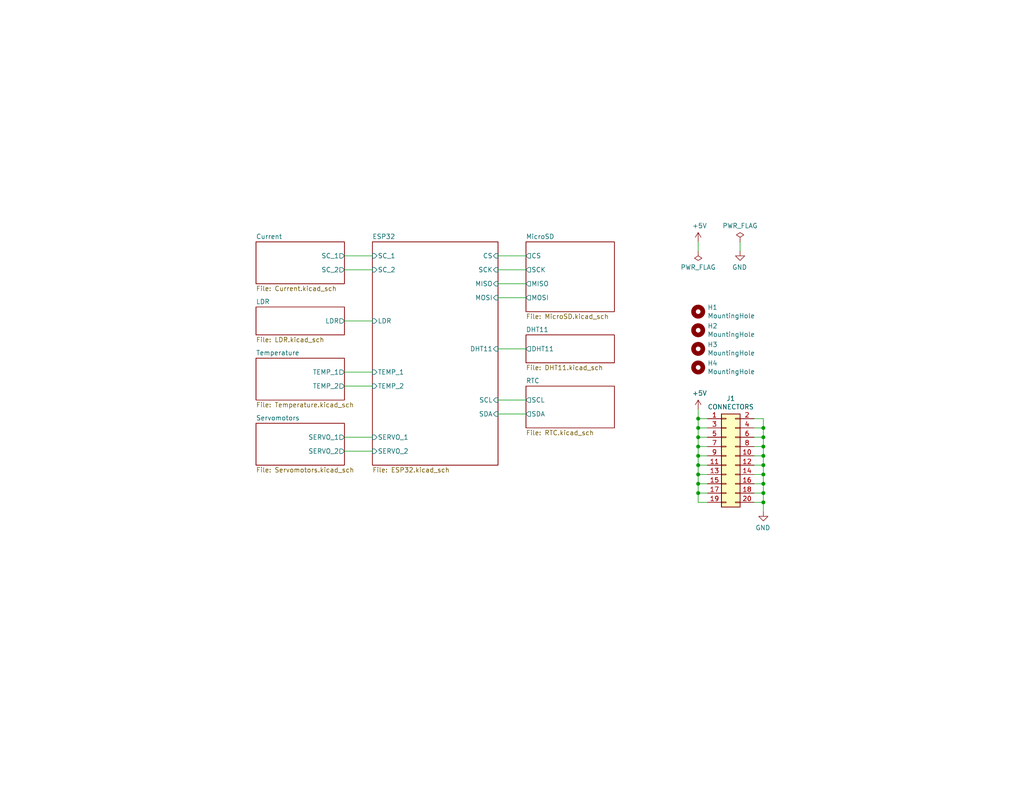
<source format=kicad_sch>
(kicad_sch (version 20211123) (generator eeschema)
  (paper "USLetter")
  (title_block (title "Shield ESP32") (date "2021-01-22") (rev "3.0") (company "Cristóbal Cuevas Lagos") (comment 1 "Shield ESP32 with different connectors for sensors"))
  (lib_symbols
    (symbol "Connector_Generic:Conn_02x10_Odd_Even" (pin_names (offset 1.016) hide)
      (property "Reference" "J" (at 1.27 12.7 0))
      (property "Value" "Conn_02x10_Odd_Even" (at 1.27 -15.24 0))
      (symbol "Conn_02x10_Odd_Even_1_1"
        (rectangle (start -1.27 -12.573) (end 0 -12.827) (stroke (width 0.1524)))
        (rectangle (start -1.27 -10.033) (end 0 -10.287) (stroke (width 0.1524)))
        (rectangle (start -1.27 -7.493) (end 0 -7.747) (stroke (width 0.1524)))
        (rectangle (start -1.27 -4.953) (end 0 -5.207) (stroke (width 0.1524)))
        (rectangle (start -1.27 -2.413) (end 0 -2.667) (stroke (width 0.1524)))
        (rectangle (start -1.27 0.127) (end 0 -0.127) (stroke (width 0.1524)))
        (rectangle (start -1.27 2.667) (end 0 2.413) (stroke (width 0.1524)))
        (rectangle (start -1.27 5.207) (end 0 4.953) (stroke (width 0.1524)))
        (rectangle (start -1.27 7.747) (end 0 7.493) (stroke (width 0.1524)))
        (rectangle (start -1.27 10.287) (end 0 10.033) (stroke (width 0.1524)))
        (rectangle (start -1.27 11.43) (end 3.81 -13.97) (stroke (width 0.254)) (fill (type background)))
        (rectangle (start 3.81 -12.573) (end 2.54 -12.827) (stroke (width 0.1524)))
        (rectangle (start 3.81 -10.033) (end 2.54 -10.287) (stroke (width 0.1524)))
        (rectangle (start 3.81 -7.493) (end 2.54 -7.747) (stroke (width 0.1524)))
        (rectangle (start 3.81 -4.953) (end 2.54 -5.207) (stroke (width 0.1524)))
        (rectangle (start 3.81 -2.413) (end 2.54 -2.667) (stroke (width 0.1524)))
        (rectangle (start 3.81 0.127) (end 2.54 -0.127) (stroke (width 0.1524)))
        (rectangle (start 3.81 2.667) (end 2.54 2.413) (stroke (width 0.1524)))
        (rectangle (start 3.81 5.207) (end 2.54 4.953) (stroke (width 0.1524)))
        (rectangle (start 3.81 7.747) (end 2.54 7.493) (stroke (width 0.1524)))
        (rectangle (start 3.81 10.287) (end 2.54 10.033) (stroke (width 0.1524)))
        (pin passive line (at -5.08 10.16 0) (length 3.81) (name "Pin_1") (number "1"))
        (pin passive line (at 7.62 0 180) (length 3.81) (name "Pin_10") (number "10"))
        (pin passive line (at -5.08 -2.54 0) (length 3.81) (name "Pin_11") (number "11"))
        (pin passive line (at 7.62 -2.54 180) (length 3.81) (name "Pin_12") (number "12"))
        (pin passive line (at -5.08 -5.08 0) (length 3.81) (name "Pin_13") (number "13"))
        (pin passive line (at 7.62 -5.08 180) (length 3.81) (name "Pin_14") (number "14"))
        (pin passive line (at -5.08 -7.62 0) (length 3.81) (name "Pin_15") (number "15"))
        (pin passive line (at 7.62 -7.62 180) (length 3.81) (name "Pin_16") (number "16"))
        (pin passive line (at -5.08 -10.16 0) (length 3.81) (name "Pin_17") (number "17"))
        (pin passive line (at 7.62 -10.16 180) (length 3.81) (name "Pin_18") (number "18"))
        (pin passive line (at -5.08 -12.7 0) (length 3.81) (name "Pin_19") (number "19"))
        (pin passive line (at 7.62 10.16 180) (length 3.81) (name "Pin_2") (number "2"))
        (pin passive line (at 7.62 -12.7 180) (length 3.81) (name "Pin_20") (number "20"))
        (pin passive line (at -5.08 7.62 0) (length 3.81) (name "Pin_3") (number "3"))
        (pin passive line (at 7.62 7.62 180) (length 3.81) (name "Pin_4") (number "4"))
        (pin passive line (at -5.08 5.08 0) (length 3.81) (name "Pin_5") (number "5"))
        (pin passive line (at 7.62 5.08 180) (length 3.81) (name "Pin_6") (number "6"))
        (pin passive line (at -5.08 2.54 0) (length 3.81) (name "Pin_7") (number "7"))
        (pin passive line (at 7.62 2.54 180) (length 3.81) (name "Pin_8") (number "8"))
        (pin passive line (at -5.08 0 0) (length 3.81) (name "Pin_9") (number "9"))
      )
    )
    (symbol "Mechanical:MountingHole" (pin_names (offset 1.016))
      (property "Reference" "H" (at 0 5.08 0))
      (property "Value" "MountingHole" (at 0 3.175 0))
      (symbol "MountingHole_0_1"
        (circle (center 0 0) (radius 1.27) (stroke (width 1.27)))
      )
    )
    (symbol "power:+5V" (power) (pin_names (offset 0))
      (property "Value" "+5V" (at 0 3.556 0))
      (symbol "+5V_0_1"
        (polyline (pts (xy -0.762 1.27) (xy 0 2.54)))
        (polyline (pts (xy 0 0) (xy 0 2.54)))
        (polyline (pts (xy 0 2.54) (xy 0.762 1.27)))
      )
      (symbol "+5V_1_1"
        (pin power_in line (at 0 0 90) (length 0) hide (name "+5V") (number "1"))
      )
    )
    (symbol "power:GND" (power) (pin_names (offset 0))
      (property "Value" "GND" (at 0 -3.81 0))
      (symbol "GND_0_1"
        (polyline (pts (xy 0 0) (xy 0 -1.27) (xy 1.27 -1.27) (xy 0 -2.54) (xy -1.27 -1.27) (xy 0 -1.27)))
      )
      (symbol "GND_1_1"
        (pin power_in line (at 0 0 270) (length 0) hide (name "GND") (number "1"))
      )
    )
    (symbol "power:PWR_FLAG" (power) (pin_numbers hide) (pin_names (offset 0) hide)
      (property "Value" "PWR_FLAG" (at 0 3.81 0))
      (symbol "PWR_FLAG_0_0"
        (pin power_out line (at 0 0 90) (length 0) (name "pwr") (number "1"))
      )
      (symbol "PWR_FLAG_0_1"
        (polyline (pts (xy 0 0) (xy 0 1.27) (xy -1.016 1.905) (xy 0 2.54) (xy 1.016 1.905) (xy 0 1.27)))
      )
    )
  )
  (junction (at 208.28 127))
  (junction (at 190.5 114.3))
  (junction (at 208.28 137.16))
  (junction (at 208.28 124.46))
  (junction (at 190.5 127))
  (junction (at 190.5 119.38))
  (junction (at 190.5 116.84))
  (junction (at 190.5 129.54))
  (junction (at 190.5 124.46))
  (junction (at 208.28 116.84))
  (junction (at 190.5 132.08))
  (junction (at 190.5 134.62))
  (junction (at 208.28 134.62))
  (junction (at 208.28 119.38))
  (junction (at 208.28 129.54))
  (junction (at 208.28 132.08))
  (junction (at 190.5 121.92))
  (junction (at 208.28 121.92))
  (wire (pts (xy 190.5 127) (xy 190.5 124.46)))
  (wire (pts (xy 190.5 119.38) (xy 190.5 116.84)))
  (wire (pts (xy 190.5 132.08) (xy 190.5 129.54)))
  (wire (pts (xy 205.74 124.46) (xy 208.28 124.46)))
  (wire (pts (xy 135.89 95.25) (xy 143.51 95.25)))
  (wire (pts (xy 201.93 66.04) (xy 201.93 68.58)))
  (wire (pts (xy 205.74 121.92) (xy 208.28 121.92)))
  (wire (pts (xy 101.6 87.63) (xy 93.98 87.63)))
  (wire (pts (xy 190.5 124.46) (xy 190.5 121.92)))
  (wire (pts (xy 205.74 137.16) (xy 208.28 137.16)))
  (wire (pts (xy 208.28 127) (xy 208.28 129.54)))
  (wire (pts (xy 208.28 114.3) (xy 208.28 116.84)))
  (wire (pts (xy 93.98 101.6) (xy 101.6 101.6)))
  (wire (pts (xy 205.74 132.08) (xy 208.28 132.08)))
  (wire (pts (xy 193.04 121.92) (xy 190.5 121.92)))
  (wire (pts (xy 93.98 123.19) (xy 101.6 123.19)))
  (wire (pts (xy 190.5 121.92) (xy 190.5 119.38)))
  (wire (pts (xy 208.28 129.54) (xy 208.28 132.08)))
  (wire (pts (xy 135.89 69.85) (xy 143.51 69.85)))
  (wire (pts (xy 193.04 137.16) (xy 190.5 137.16)))
  (wire (pts (xy 135.89 113.03) (xy 143.51 113.03)))
  (wire (pts (xy 208.28 119.38) (xy 208.28 121.92)))
  (wire (pts (xy 193.04 114.3) (xy 190.5 114.3)))
  (wire (pts (xy 193.04 132.08) (xy 190.5 132.08)))
  (wire (pts (xy 193.04 119.38) (xy 190.5 119.38)))
  (wire (pts (xy 190.5 111.76) (xy 190.5 114.3)))
  (wire (pts (xy 190.5 66.04) (xy 190.5 68.58)))
  (wire (pts (xy 135.89 73.66) (xy 143.51 73.66)))
  (wire (pts (xy 135.89 81.28) (xy 143.51 81.28)))
  (wire (pts (xy 208.28 121.92) (xy 208.28 124.46)))
  (wire (pts (xy 190.5 129.54) (xy 190.5 127)))
  (wire (pts (xy 208.28 134.62) (xy 208.28 137.16)))
  (wire (pts (xy 205.74 127) (xy 208.28 127)))
  (wire (pts (xy 208.28 116.84) (xy 208.28 119.38)))
  (wire (pts (xy 193.04 134.62) (xy 190.5 134.62)))
  (wire (pts (xy 93.98 69.85) (xy 101.6 69.85)))
  (wire (pts (xy 205.74 129.54) (xy 208.28 129.54)))
  (wire (pts (xy 208.28 124.46) (xy 208.28 127)))
  (wire (pts (xy 193.04 127) (xy 190.5 127)))
  (wire (pts (xy 135.89 77.47) (xy 143.51 77.47)))
  (wire (pts (xy 190.5 137.16) (xy 190.5 134.62)))
  (wire (pts (xy 205.74 116.84) (xy 208.28 116.84)))
  (wire (pts (xy 93.98 105.41) (xy 101.6 105.41)))
  (wire (pts (xy 193.04 124.46) (xy 190.5 124.46)))
  (wire (pts (xy 93.98 119.38) (xy 101.6 119.38)))
  (wire (pts (xy 135.89 109.22) (xy 143.51 109.22)))
  (wire (pts (xy 205.74 114.3) (xy 208.28 114.3)))
  (wire (pts (xy 208.28 132.08) (xy 208.28 134.62)))
  (wire (pts (xy 193.04 129.54) (xy 190.5 129.54)))
  (wire (pts (xy 193.04 116.84) (xy 190.5 116.84)))
  (wire (pts (xy 205.74 134.62) (xy 208.28 134.62)))
  (wire (pts (xy 208.28 139.7) (xy 208.28 137.16)))
  (wire (pts (xy 190.5 116.84) (xy 190.5 114.3)))
  (wire (pts (xy 205.74 119.38) (xy 208.28 119.38)))
  (wire (pts (xy 93.98 73.66) (xy 101.6 73.66)))
  (wire (pts (xy 190.5 134.62) (xy 190.5 132.08)))
  (symbol (lib_id "power:+5V") (at 190.5 111.76 0) (unit 1)
    (property "Reference" "#PWR02" (effects hide))
    (property "Value" "+5V" (at 190.881 107.3658 0))
  )
  (symbol (lib_id "power:GND") (at 208.28 139.7 0) (mirror y) (unit 1)
    (property "Reference" "#PWR04" (effects hide))
    (property "Value" "GND" (at 208.153 144.0942 0))
  )
  (symbol (lib_id "power:+5V") (at 190.5 66.04 0) (unit 1)
    (property "Reference" "#PWR01" (effects hide))
    (property "Value" "+5V" (at 190.881 61.6458 0))
  )
  (symbol (lib_id "power:GND") (at 201.93 68.58 0) (mirror y) (unit 1)
    (property "Reference" "#PWR03" (effects hide))
    (property "Value" "GND" (at 201.803 72.9742 0))
  )
  (symbol (lib_id "power:PWR_FLAG") (at 190.5 68.58 180) (unit 1)
    (property "Reference" "#FLG01" (effects hide))
    (property "Value" "PWR_FLAG" (at 190.5 72.9742 0))
  )
  (symbol (lib_id "power:PWR_FLAG") (at 201.93 66.04 0) (unit 1)
    (property "Reference" "#FLG02" (effects hide))
    (property "Value" "PWR_FLAG" (at 201.93 61.6458 0))
  )
  (symbol (lib_id "Mechanical:MountingHole") (at 190.5 90.17 0) (unit 1)
    (property "Reference" "H2" (at 193.04 89.0016 0) (effects (justify left)))
    (property "Value" "MountingHole" (at 193.04 91.313 0) (effects (justify left)))
    (property "Footprint" "MountingHole:MountingHole_3.2mm_M3_ISO7380_Pad" (effects hide))
  )
  (symbol (lib_id "Mechanical:MountingHole") (at 190.5 100.33 180) (unit 1)
    (property "Reference" "H4" (at 193.04 99.1616 0) (effects (justify right)))
    (property "Value" "MountingHole" (at 193.04 101.473 0) (effects (justify right)))
    (property "Footprint" "MountingHole:MountingHole_3.2mm_M3_ISO7380_Pad" (effects hide))
  )
  (symbol (lib_id "Mechanical:MountingHole") (at 190.5 85.09 0) (unit 1)
    (property "Reference" "H1" (at 193.04 83.9216 0) (effects (justify left)))
    (property "Value" "MountingHole" (at 193.04 86.233 0) (effects (justify left)))
    (property "Footprint" "MountingHole:MountingHole_3.2mm_M3_ISO7380_Pad" (effects hide))
  )
  (symbol (lib_id "Mechanical:MountingHole") (at 190.5 95.25 180) (unit 1)
    (property "Reference" "H3" (at 193.04 94.0816 0) (effects (justify right)))
    (property "Value" "MountingHole" (at 193.04 96.393 0) (effects (justify right)))
    (property "Footprint" "MountingHole:MountingHole_3.2mm_M3_ISO7380_Pad" (effects hide))
  )
  (symbol (lib_id "Connector_Generic:Conn_02x10_Odd_Even") (at 198.12 124.46 0) (unit 1)
    (property "Reference" "J1" (at 199.39 108.7882 0))
    (property "Value" "CONNECTORS" (at 199.39 111.0996 0))
    (property "Footprint" "Connector_PinHeader_2.54mm:PinHeader_2x10_P2.54mm_Vertical" (effects hide))
    (property "PartNumber" "2011H-2X05G01SJ030B" (effects hide))
  )
  (sheet (at 101.6 66.04) (size 34.29 60.96)
    (property "Sheet name" "ESP32" (at 101.6 65.3284 0) (effects (justify left bottom)))
    (property "Sheet file" "ESP32.kicad_sch" (at 101.6 127.5846 0) (effects (justify left top)))
    (pin "TEMP_1" input (at 101.6 101.6 180))
    (pin "TEMP_2" input (at 101.6 105.41 180))
    (pin "SERVO_1" input (at 101.6 119.38 180))
    (pin "SERVO_2" input (at 101.6 123.19 180))
    (pin "SC_1" input (at 101.6 69.85 180))
    (pin "LDR" input (at 101.6 87.63 180))
    (pin "SC_2" input (at 101.6 73.66 180))
    (pin "MOSI" input (at 135.89 81.28 0))
    (pin "SCL" input (at 135.89 109.22 0))
    (pin "SDA" input (at 135.89 113.03 0))
    (pin "MISO" input (at 135.89 77.47 0))
    (pin "SCK" input (at 135.89 73.66 0))
    (pin "CS" input (at 135.89 69.85 0))
    (pin "DHT11" input (at 135.89 95.25 0))
  )
  (sheet (at 69.85 97.79) (size 24.13 11.43)
    (property "Sheet name" "Temperature" (at 69.85 97.0784 0) (effects (justify left bottom)))
    (property "Sheet file" "Temperature.kicad_sch" (at 69.85 109.8046 0) (effects (justify left top)))
    (pin "TEMP_1" output (at 93.98 101.6 0))
    (pin "TEMP_2" output (at 93.98 105.41 0))
  )
  (sheet (at 69.85 115.57) (size 24.13 11.43)
    (property "Sheet name" "Servomotors" (at 69.85 114.8584 0) (effects (justify left bottom)))
    (property "Sheet file" "Servomotors.kicad_sch" (at 69.85 127.5846 0) (effects (justify left top)))
    (pin "SERVO_1" output (at 93.98 119.38 0))
    (pin "SERVO_2" output (at 93.98 123.19 0))
  )
  (sheet (at 69.85 66.04) (size 24.13 11.43)
    (property "Sheet name" "Current" (at 69.85 65.3284 0) (effects (justify left bottom)))
    (property "Sheet file" "Current.kicad_sch" (at 69.85 78.0546 0) (effects (justify left top)))
    (pin "SC_1" output (at 93.98 69.85 0))
    (pin "SC_2" output (at 93.98 73.66 0))
  )
  (sheet (at 143.51 91.44) (size 24.13 7.62)
    (property "Sheet name" "DHT11" (at 143.51 90.7284 0) (effects (justify left bottom)))
    (property "Sheet file" "DHT11.kicad_sch" (at 143.51 99.6446 0) (effects (justify left top)))
    (pin "DHT11" output (at 143.51 95.25 180))
  )
  (sheet (at 143.51 105.41) (size 24.13 11.43)
    (property "Sheet name" "RTC" (at 143.51 104.6984 0) (effects (justify left bottom)))
    (property "Sheet file" "RTC.kicad_sch" (at 143.51 117.4246 0) (effects (justify left top)))
    (pin "SCL" output (at 143.51 109.22 180))
    (pin "SDA" output (at 143.51 113.03 180))
  )
  (sheet (at 69.85 83.82) (size 24.13 7.62)
    (property "Sheet name" "LDR" (at 69.85 83.1084 0) (effects (justify left bottom)))
    (property "Sheet file" "LDR.kicad_sch" (at 69.85 92.0246 0) (effects (justify left top)))
    (pin "LDR" output (at 93.98 87.63 0))
  )
  (sheet (at 143.51 66.04) (size 24.13 19.05)
    (property "Sheet name" "MicroSD" (at 143.51 65.3284 0) (effects (justify left bottom)))
    (property "Sheet file" "MicroSD.kicad_sch" (at 143.51 85.6746 0) (effects (justify left top)))
    (pin "CS" output (at 143.51 69.85 180))
    (pin "SCK" output (at 143.51 73.66 180))
    (pin "MOSI" output (at 143.51 81.28 180))
    (pin "MISO" output (at 143.51 77.47 180))
  )
)
</source>
